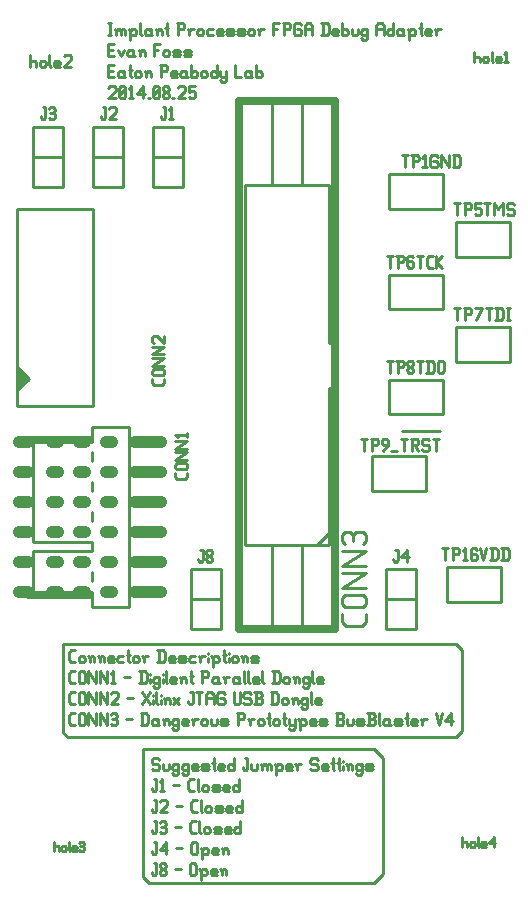
<source format=gbr>
G04 start of page 8 for group -4079 idx -4079 *
G04 Title: (unknown), topsilk *
G04 Creator: pcb 20110918 *
G04 CreationDate: Tue Sep 16 16:31:17 2014 UTC *
G04 For: fosse *
G04 Format: Gerber/RS-274X *
G04 PCB-Dimensions: 348000 372000 *
G04 PCB-Coordinate-Origin: lower left *
%MOIN*%
%FSLAX25Y25*%
%LNTOPSILK*%
%ADD54C,0.0250*%
%ADD53C,0.0150*%
%ADD52C,0.0400*%
%ADD51C,0.0100*%
G54D51*X58000Y76500D02*Y119000D01*
X135000D01*
X60000Y74500D02*X58000Y76500D01*
X157000Y225000D02*X144500D01*
X164500Y125000D02*Y152000D01*
X162500Y154000D01*
X135000Y74500D02*X60000D01*
X135000Y119000D02*X138000Y116000D01*
Y77500D01*
X135000Y74500D01*
X31500Y124500D02*Y154000D01*
X33000Y123000D02*X31500Y124500D01*
X33000Y123000D02*X162500D01*
X164500Y125000D01*
X31500Y154000D02*X162500D01*
X63000Y116000D02*X63500Y115500D01*
X61500Y116000D02*X63000D01*
X61000Y115500D02*X61500Y116000D01*
X61000Y115500D02*Y114500D01*
X61500Y114000D01*
X63000D01*
X63500Y113500D01*
Y112500D01*
X63000Y112000D02*X63500Y112500D01*
X61500Y112000D02*X63000D01*
X61000Y112500D02*X61500Y112000D01*
X64700Y114000D02*Y112500D01*
X65200Y112000D01*
X66200D01*
X66700Y112500D01*
Y114000D02*Y112500D01*
X69400Y114000D02*X69900Y113500D01*
X68400Y114000D02*X69400D01*
X67900Y113500D02*X68400Y114000D01*
X67900Y113500D02*Y112500D01*
X68400Y112000D01*
X69400D01*
X69900Y112500D01*
X67900Y111000D02*X68400Y110500D01*
X69400D01*
X69900Y111000D01*
Y114000D02*Y111000D01*
X72600Y114000D02*X73100Y113500D01*
X71600Y114000D02*X72600D01*
X71100Y113500D02*X71600Y114000D01*
X71100Y113500D02*Y112500D01*
X71600Y112000D01*
X72600D01*
X73100Y112500D01*
X71100Y111000D02*X71600Y110500D01*
X72600D01*
X73100Y111000D01*
Y114000D02*Y111000D01*
X74800Y112000D02*X76300D01*
X74300Y112500D02*X74800Y112000D01*
X74300Y113500D02*Y112500D01*
Y113500D02*X74800Y114000D01*
X75800D01*
X76300Y113500D01*
X74300Y113000D02*X76300D01*
Y113500D02*Y113000D01*
X78000Y112000D02*X79500D01*
X80000Y112500D01*
X79500Y113000D02*X80000Y112500D01*
X78000Y113000D02*X79500D01*
X77500Y113500D02*X78000Y113000D01*
X77500Y113500D02*X78000Y114000D01*
X79500D01*
X80000Y113500D01*
X77500Y112500D02*X78000Y112000D01*
X81700Y116000D02*Y112500D01*
X82200Y112000D01*
X81200Y114500D02*X82200D01*
X83700Y112000D02*X85200D01*
X83200Y112500D02*X83700Y112000D01*
X83200Y113500D02*Y112500D01*
Y113500D02*X83700Y114000D01*
X84700D01*
X85200Y113500D01*
X83200Y113000D02*X85200D01*
Y113500D02*Y113000D01*
X88400Y116000D02*Y112000D01*
X87900D02*X88400Y112500D01*
X86900Y112000D02*X87900D01*
X86400Y112500D02*X86900Y112000D01*
X86400Y113500D02*Y112500D01*
Y113500D02*X86900Y114000D01*
X87900D01*
X88400Y113500D01*
X92100Y116000D02*X92900D01*
Y112500D01*
X92400Y112000D02*X92900Y112500D01*
X91900Y112000D02*X92400D01*
X91400Y112500D02*X91900Y112000D01*
X91400Y113000D02*Y112500D01*
X94100Y114000D02*Y112500D01*
X94600Y112000D01*
X95600D01*
X96100Y112500D01*
Y114000D02*Y112500D01*
X97800Y113500D02*Y112000D01*
Y113500D02*X98300Y114000D01*
X98800D01*
X99300Y113500D01*
Y112000D01*
Y113500D02*X99800Y114000D01*
X100300D01*
X100800Y113500D01*
Y112000D01*
X97300Y114000D02*X97800Y113500D01*
X102500D02*Y110500D01*
X102000Y114000D02*X102500Y113500D01*
X103000Y114000D01*
X104000D01*
X104500Y113500D01*
Y112500D01*
X104000Y112000D02*X104500Y112500D01*
X103000Y112000D02*X104000D01*
X102500Y112500D02*X103000Y112000D01*
X106200D02*X107700D01*
X105700Y112500D02*X106200Y112000D01*
X105700Y113500D02*Y112500D01*
Y113500D02*X106200Y114000D01*
X107200D01*
X107700Y113500D01*
X105700Y113000D02*X107700D01*
Y113500D02*Y113000D01*
X109400Y113500D02*Y112000D01*
Y113500D02*X109900Y114000D01*
X110900D01*
X108900D02*X109400Y113500D01*
X115900Y116000D02*X116400Y115500D01*
X114400Y116000D02*X115900D01*
X113900Y115500D02*X114400Y116000D01*
X113900Y115500D02*Y114500D01*
X114400Y114000D01*
X115900D01*
X116400Y113500D01*
Y112500D01*
X115900Y112000D02*X116400Y112500D01*
X114400Y112000D02*X115900D01*
X113900Y112500D02*X114400Y112000D01*
X118100D02*X119600D01*
X117600Y112500D02*X118100Y112000D01*
X117600Y113500D02*Y112500D01*
Y113500D02*X118100Y114000D01*
X119100D01*
X119600Y113500D01*
X117600Y113000D02*X119600D01*
Y113500D02*Y113000D01*
X121300Y116000D02*Y112500D01*
X121800Y112000D01*
X120800Y114500D02*X121800D01*
X123300Y116000D02*Y112500D01*
X123800Y112000D01*
X122800Y114500D02*X123800D01*
X124800Y115000D02*Y114900D01*
Y113500D02*Y112000D01*
X126300Y113500D02*Y112000D01*
Y113500D02*X126800Y114000D01*
X127300D01*
X127800Y113500D01*
Y112000D01*
X125800Y114000D02*X126300Y113500D01*
X130500Y114000D02*X131000Y113500D01*
X129500Y114000D02*X130500D01*
X129000Y113500D02*X129500Y114000D01*
X129000Y113500D02*Y112500D01*
X129500Y112000D01*
X130500D01*
X131000Y112500D01*
X129000Y111000D02*X129500Y110500D01*
X130500D01*
X131000Y111000D01*
Y114000D02*Y111000D01*
X132700Y112000D02*X134200D01*
X134700Y112500D01*
X134200Y113000D02*X134700Y112500D01*
X132700Y113000D02*X134200D01*
X132200Y113500D02*X132700Y113000D01*
X132200Y113500D02*X132700Y114000D01*
X134200D01*
X134700Y113500D01*
X132200Y112500D02*X132700Y112000D01*
X61700Y88000D02*X62500D01*
Y84500D01*
X62000Y84000D02*X62500Y84500D01*
X61500Y84000D02*X62000D01*
X61000Y84500D02*X61500Y84000D01*
X61000Y85000D02*Y84500D01*
X63700Y85500D02*X65700Y88000D01*
X63700Y85500D02*X66200D01*
X65700Y88000D02*Y84000D01*
X69200Y86000D02*X71200D01*
X74200Y87500D02*Y84500D01*
Y87500D02*X74700Y88000D01*
X75700D01*
X76200Y87500D01*
Y84500D01*
X75700Y84000D02*X76200Y84500D01*
X74700Y84000D02*X75700D01*
X74200Y84500D02*X74700Y84000D01*
X77900Y85500D02*Y82500D01*
X77400Y86000D02*X77900Y85500D01*
X78400Y86000D01*
X79400D01*
X79900Y85500D01*
Y84500D01*
X79400Y84000D02*X79900Y84500D01*
X78400Y84000D02*X79400D01*
X77900Y84500D02*X78400Y84000D01*
X81600D02*X83100D01*
X81100Y84500D02*X81600Y84000D01*
X81100Y85500D02*Y84500D01*
Y85500D02*X81600Y86000D01*
X82600D01*
X83100Y85500D01*
X81100Y85000D02*X83100D01*
Y85500D02*Y85000D01*
X84800Y85500D02*Y84000D01*
Y85500D02*X85300Y86000D01*
X85800D01*
X86300Y85500D01*
Y84000D01*
X84300Y86000D02*X84800Y85500D01*
X61700Y95000D02*X62500D01*
Y91500D01*
X62000Y91000D02*X62500Y91500D01*
X61500Y91000D02*X62000D01*
X61000Y91500D02*X61500Y91000D01*
X61000Y92000D02*Y91500D01*
X63700Y94500D02*X64200Y95000D01*
X65200D01*
X65700Y94500D01*
X65200Y91000D02*X65700Y91500D01*
X64200Y91000D02*X65200D01*
X63700Y91500D02*X64200Y91000D01*
Y93200D02*X65200D01*
X65700Y94500D02*Y93700D01*
Y92700D02*Y91500D01*
Y92700D02*X65200Y93200D01*
X65700Y93700D02*X65200Y93200D01*
X68700Y93000D02*X70700D01*
X74400Y91000D02*X75700D01*
X73700Y91700D02*X74400Y91000D01*
X73700Y94300D02*Y91700D01*
Y94300D02*X74400Y95000D01*
X75700D01*
X76900D02*Y91500D01*
X77400Y91000D01*
X78400Y92500D02*Y91500D01*
Y92500D02*X78900Y93000D01*
X79900D01*
X80400Y92500D01*
Y91500D01*
X79900Y91000D02*X80400Y91500D01*
X78900Y91000D02*X79900D01*
X78400Y91500D02*X78900Y91000D01*
X82100D02*X83600D01*
X84100Y91500D01*
X83600Y92000D02*X84100Y91500D01*
X82100Y92000D02*X83600D01*
X81600Y92500D02*X82100Y92000D01*
X81600Y92500D02*X82100Y93000D01*
X83600D01*
X84100Y92500D01*
X81600Y91500D02*X82100Y91000D01*
X85800D02*X87300D01*
X85300Y91500D02*X85800Y91000D01*
X85300Y92500D02*Y91500D01*
Y92500D02*X85800Y93000D01*
X86800D01*
X87300Y92500D01*
X85300Y92000D02*X87300D01*
Y92500D02*Y92000D01*
X90500Y95000D02*Y91000D01*
X90000D02*X90500Y91500D01*
X89000Y91000D02*X90000D01*
X88500Y91500D02*X89000Y91000D01*
X88500Y92500D02*Y91500D01*
Y92500D02*X89000Y93000D01*
X90000D01*
X90500Y92500D01*
X61700Y102000D02*X62500D01*
Y98500D01*
X62000Y98000D02*X62500Y98500D01*
X61500Y98000D02*X62000D01*
X61000Y98500D02*X61500Y98000D01*
X61000Y99000D02*Y98500D01*
X63700Y101500D02*X64200Y102000D01*
X65700D01*
X66200Y101500D01*
Y100500D01*
X63700Y98000D02*X66200Y100500D01*
X63700Y98000D02*X66200D01*
X69200Y100000D02*X71200D01*
X74900Y98000D02*X76200D01*
X74200Y98700D02*X74900Y98000D01*
X74200Y101300D02*Y98700D01*
Y101300D02*X74900Y102000D01*
X76200D01*
X77400D02*Y98500D01*
X77900Y98000D01*
X78900Y99500D02*Y98500D01*
Y99500D02*X79400Y100000D01*
X80400D01*
X80900Y99500D01*
Y98500D01*
X80400Y98000D02*X80900Y98500D01*
X79400Y98000D02*X80400D01*
X78900Y98500D02*X79400Y98000D01*
X82600D02*X84100D01*
X84600Y98500D01*
X84100Y99000D02*X84600Y98500D01*
X82600Y99000D02*X84100D01*
X82100Y99500D02*X82600Y99000D01*
X82100Y99500D02*X82600Y100000D01*
X84100D01*
X84600Y99500D01*
X82100Y98500D02*X82600Y98000D01*
X86300D02*X87800D01*
X85800Y98500D02*X86300Y98000D01*
X85800Y99500D02*Y98500D01*
Y99500D02*X86300Y100000D01*
X87300D01*
X87800Y99500D01*
X85800Y99000D02*X87800D01*
Y99500D02*Y99000D01*
X91000Y102000D02*Y98000D01*
X90500D02*X91000Y98500D01*
X89500Y98000D02*X90500D01*
X89000Y98500D02*X89500Y98000D01*
X89000Y99500D02*Y98500D01*
Y99500D02*X89500Y100000D01*
X90500D01*
X91000Y99500D01*
X61700Y109000D02*X62500D01*
Y105500D01*
X62000Y105000D02*X62500Y105500D01*
X61500Y105000D02*X62000D01*
X61000Y105500D02*X61500Y105000D01*
X61000Y106000D02*Y105500D01*
X63700Y108200D02*X64500Y109000D01*
Y105000D01*
X63700D02*X65200D01*
X68200Y107000D02*X70200D01*
X73900Y105000D02*X75200D01*
X73200Y105700D02*X73900Y105000D01*
X73200Y108300D02*Y105700D01*
Y108300D02*X73900Y109000D01*
X75200D01*
X76400D02*Y105500D01*
X76900Y105000D01*
X77900Y106500D02*Y105500D01*
Y106500D02*X78400Y107000D01*
X79400D01*
X79900Y106500D01*
Y105500D01*
X79400Y105000D02*X79900Y105500D01*
X78400Y105000D02*X79400D01*
X77900Y105500D02*X78400Y105000D01*
X81600D02*X83100D01*
X83600Y105500D01*
X83100Y106000D02*X83600Y105500D01*
X81600Y106000D02*X83100D01*
X81100Y106500D02*X81600Y106000D01*
X81100Y106500D02*X81600Y107000D01*
X83100D01*
X83600Y106500D01*
X81100Y105500D02*X81600Y105000D01*
X85300D02*X86800D01*
X84800Y105500D02*X85300Y105000D01*
X84800Y106500D02*Y105500D01*
Y106500D02*X85300Y107000D01*
X86300D01*
X86800Y106500D01*
X84800Y106000D02*X86800D01*
Y106500D02*Y106000D01*
X90000Y109000D02*Y105000D01*
X89500D02*X90000Y105500D01*
X88500Y105000D02*X89500D01*
X88000Y105500D02*X88500Y105000D01*
X88000Y106500D02*Y105500D01*
Y106500D02*X88500Y107000D01*
X89500D01*
X90000Y106500D01*
X46480Y361020D02*X47480D01*
X46980D02*Y357020D01*
X46480D02*X47480D01*
X49180Y358520D02*Y357020D01*
Y358520D02*X49680Y359020D01*
X50180D01*
X50680Y358520D01*
Y357020D01*
Y358520D02*X51180Y359020D01*
X51680D01*
X52180Y358520D01*
Y357020D01*
X48680Y359020D02*X49180Y358520D01*
X53880D02*Y355520D01*
X53380Y359020D02*X53880Y358520D01*
X54380Y359020D01*
X55380D01*
X55880Y358520D01*
Y357520D01*
X55380Y357020D02*X55880Y357520D01*
X54380Y357020D02*X55380D01*
X53880Y357520D02*X54380Y357020D01*
X57080Y361020D02*Y357520D01*
X57580Y357020D01*
X60080Y359020D02*X60580Y358520D01*
X59080Y359020D02*X60080D01*
X58580Y358520D02*X59080Y359020D01*
X58580Y358520D02*Y357520D01*
X59080Y357020D01*
X60580Y359020D02*Y357520D01*
X61080Y357020D01*
X59080D02*X60080D01*
X60580Y357520D01*
X62780Y358520D02*Y357020D01*
Y358520D02*X63280Y359020D01*
X63780D01*
X64280Y358520D01*
Y357020D01*
X62280Y359020D02*X62780Y358520D01*
X65980Y361020D02*Y357520D01*
X66480Y357020D01*
X65480Y359520D02*X66480D01*
X69780Y361020D02*Y357020D01*
X69280Y361020D02*X71280D01*
X71780Y360520D01*
Y359520D01*
X71280Y359020D02*X71780Y359520D01*
X69780Y359020D02*X71280D01*
X73480Y358520D02*Y357020D01*
Y358520D02*X73980Y359020D01*
X74980D01*
X72980D02*X73480Y358520D01*
X76180D02*Y357520D01*
Y358520D02*X76680Y359020D01*
X77680D01*
X78180Y358520D01*
Y357520D01*
X77680Y357020D02*X78180Y357520D01*
X76680Y357020D02*X77680D01*
X76180Y357520D02*X76680Y357020D01*
X79880Y359020D02*X81380D01*
X79380Y358520D02*X79880Y359020D01*
X79380Y358520D02*Y357520D01*
X79880Y357020D01*
X81380D01*
X83080D02*X84580D01*
X82580Y357520D02*X83080Y357020D01*
X82580Y358520D02*Y357520D01*
Y358520D02*X83080Y359020D01*
X84080D01*
X84580Y358520D01*
X82580Y358020D02*X84580D01*
Y358520D02*Y358020D01*
X86280Y357020D02*X87780D01*
X88280Y357520D01*
X87780Y358020D02*X88280Y357520D01*
X86280Y358020D02*X87780D01*
X85780Y358520D02*X86280Y358020D01*
X85780Y358520D02*X86280Y359020D01*
X87780D01*
X88280Y358520D01*
X85780Y357520D02*X86280Y357020D01*
X89980D02*X91480D01*
X91980Y357520D01*
X91480Y358020D02*X91980Y357520D01*
X89980Y358020D02*X91480D01*
X89480Y358520D02*X89980Y358020D01*
X89480Y358520D02*X89980Y359020D01*
X91480D01*
X91980Y358520D01*
X89480Y357520D02*X89980Y357020D01*
X93180Y358520D02*Y357520D01*
Y358520D02*X93680Y359020D01*
X94680D01*
X95180Y358520D01*
Y357520D01*
X94680Y357020D02*X95180Y357520D01*
X93680Y357020D02*X94680D01*
X93180Y357520D02*X93680Y357020D01*
X96880Y358520D02*Y357020D01*
Y358520D02*X97380Y359020D01*
X98380D01*
X96380D02*X96880Y358520D01*
X101380Y361020D02*Y357020D01*
Y361020D02*X103380D01*
X101380Y359220D02*X102880D01*
X105080Y361020D02*Y357020D01*
X104580Y361020D02*X106580D01*
X107080Y360520D01*
Y359520D01*
X106580Y359020D02*X107080Y359520D01*
X105080Y359020D02*X106580D01*
X110280Y361020D02*X110780Y360520D01*
X108780Y361020D02*X110280D01*
X108280Y360520D02*X108780Y361020D01*
X108280Y360520D02*Y357520D01*
X108780Y357020D01*
X110280D01*
X110780Y357520D01*
Y358520D02*Y357520D01*
X110280Y359020D02*X110780Y358520D01*
X109280Y359020D02*X110280D01*
X111980Y360020D02*Y357020D01*
Y360020D02*X112680Y361020D01*
X113780D01*
X114480Y360020D01*
Y357020D01*
X111980Y359020D02*X114480D01*
X117980Y361020D02*Y357020D01*
X119280Y361020D02*X119980Y360320D01*
Y357720D01*
X119280Y357020D02*X119980Y357720D01*
X117480Y357020D02*X119280D01*
X117480Y361020D02*X119280D01*
X121680Y357020D02*X123180D01*
X121180Y357520D02*X121680Y357020D01*
X121180Y358520D02*Y357520D01*
Y358520D02*X121680Y359020D01*
X122680D01*
X123180Y358520D01*
X121180Y358020D02*X123180D01*
Y358520D02*Y358020D01*
X124380Y361020D02*Y357020D01*
Y357520D02*X124880Y357020D01*
X125880D01*
X126380Y357520D01*
Y358520D02*Y357520D01*
X125880Y359020D02*X126380Y358520D01*
X124880Y359020D02*X125880D01*
X124380Y358520D02*X124880Y359020D01*
X127580D02*Y357520D01*
X128080Y357020D01*
X129080D01*
X129580Y357520D01*
Y359020D02*Y357520D01*
X132280Y359020D02*X132780Y358520D01*
X131280Y359020D02*X132280D01*
X130780Y358520D02*X131280Y359020D01*
X130780Y358520D02*Y357520D01*
X131280Y357020D01*
X132280D01*
X132780Y357520D01*
X130780Y356020D02*X131280Y355520D01*
X132280D01*
X132780Y356020D01*
Y359020D02*Y356020D01*
X135780Y360020D02*Y357020D01*
Y360020D02*X136480Y361020D01*
X137580D01*
X138280Y360020D01*
Y357020D01*
X135780Y359020D02*X138280D01*
X141480Y361020D02*Y357020D01*
X140980D02*X141480Y357520D01*
X139980Y357020D02*X140980D01*
X139480Y357520D02*X139980Y357020D01*
X139480Y358520D02*Y357520D01*
Y358520D02*X139980Y359020D01*
X140980D01*
X141480Y358520D01*
X144180Y359020D02*X144680Y358520D01*
X143180Y359020D02*X144180D01*
X142680Y358520D02*X143180Y359020D01*
X142680Y358520D02*Y357520D01*
X143180Y357020D01*
X144680Y359020D02*Y357520D01*
X145180Y357020D01*
X143180D02*X144180D01*
X144680Y357520D01*
X146880Y358520D02*Y355520D01*
X146380Y359020D02*X146880Y358520D01*
X147380Y359020D01*
X148380D01*
X148880Y358520D01*
Y357520D01*
X148380Y357020D02*X148880Y357520D01*
X147380Y357020D02*X148380D01*
X146880Y357520D02*X147380Y357020D01*
X150580Y361020D02*Y357520D01*
X151080Y357020D01*
X150080Y359520D02*X151080D01*
X152580Y357020D02*X154080D01*
X152080Y357520D02*X152580Y357020D01*
X152080Y358520D02*Y357520D01*
Y358520D02*X152580Y359020D01*
X153580D01*
X154080Y358520D01*
X152080Y358020D02*X154080D01*
Y358520D02*Y358020D01*
X155780Y358520D02*Y357020D01*
Y358520D02*X156280Y359020D01*
X157280D01*
X155280D02*X155780Y358520D01*
X46480Y345220D02*X47980D01*
X46480Y343020D02*X48480D01*
X46480Y347020D02*Y343020D01*
Y347020D02*X48480D01*
X51180Y345020D02*X51680Y344520D01*
X50180Y345020D02*X51180D01*
X49680Y344520D02*X50180Y345020D01*
X49680Y344520D02*Y343520D01*
X50180Y343020D01*
X51680Y345020D02*Y343520D01*
X52180Y343020D01*
X50180D02*X51180D01*
X51680Y343520D01*
X53880Y347020D02*Y343520D01*
X54380Y343020D01*
X53380Y345520D02*X54380D01*
X55380Y344520D02*Y343520D01*
Y344520D02*X55880Y345020D01*
X56880D01*
X57380Y344520D01*
Y343520D01*
X56880Y343020D02*X57380Y343520D01*
X55880Y343020D02*X56880D01*
X55380Y343520D02*X55880Y343020D01*
X59080Y344520D02*Y343020D01*
Y344520D02*X59580Y345020D01*
X60080D01*
X60580Y344520D01*
Y343020D01*
X58580Y345020D02*X59080Y344520D01*
X64080Y347020D02*Y343020D01*
X63580Y347020D02*X65580D01*
X66080Y346520D01*
Y345520D01*
X65580Y345020D02*X66080Y345520D01*
X64080Y345020D02*X65580D01*
X67780Y343020D02*X69280D01*
X67280Y343520D02*X67780Y343020D01*
X67280Y344520D02*Y343520D01*
Y344520D02*X67780Y345020D01*
X68780D01*
X69280Y344520D01*
X67280Y344020D02*X69280D01*
Y344520D02*Y344020D01*
X71980Y345020D02*X72480Y344520D01*
X70980Y345020D02*X71980D01*
X70480Y344520D02*X70980Y345020D01*
X70480Y344520D02*Y343520D01*
X70980Y343020D01*
X72480Y345020D02*Y343520D01*
X72980Y343020D01*
X70980D02*X71980D01*
X72480Y343520D01*
X74180Y347020D02*Y343020D01*
Y343520D02*X74680Y343020D01*
X75680D01*
X76180Y343520D01*
Y344520D02*Y343520D01*
X75680Y345020D02*X76180Y344520D01*
X74680Y345020D02*X75680D01*
X74180Y344520D02*X74680Y345020D01*
X77380Y344520D02*Y343520D01*
Y344520D02*X77880Y345020D01*
X78880D01*
X79380Y344520D01*
Y343520D01*
X78880Y343020D02*X79380Y343520D01*
X77880Y343020D02*X78880D01*
X77380Y343520D02*X77880Y343020D01*
X82580Y347020D02*Y343020D01*
X82080D02*X82580Y343520D01*
X81080Y343020D02*X82080D01*
X80580Y343520D02*X81080Y343020D01*
X80580Y344520D02*Y343520D01*
Y344520D02*X81080Y345020D01*
X82080D01*
X82580Y344520D01*
X83780Y345020D02*Y343520D01*
X84280Y343020D01*
X85780Y345020D02*Y342020D01*
X85280Y341520D02*X85780Y342020D01*
X84280Y341520D02*X85280D01*
X83780Y342020D02*X84280Y341520D01*
Y343020D02*X85280D01*
X85780Y343520D01*
X88780Y347020D02*Y343020D01*
X90780D01*
X93480Y345020D02*X93980Y344520D01*
X92480Y345020D02*X93480D01*
X91980Y344520D02*X92480Y345020D01*
X91980Y344520D02*Y343520D01*
X92480Y343020D01*
X93980Y345020D02*Y343520D01*
X94480Y343020D01*
X92480D02*X93480D01*
X93980Y343520D01*
X95680Y347020D02*Y343020D01*
Y343520D02*X96180Y343020D01*
X97180D01*
X97680Y343520D01*
Y344520D02*Y343520D01*
X97180Y345020D02*X97680Y344520D01*
X96180Y345020D02*X97180D01*
X95680Y344520D02*X96180Y345020D01*
X46480Y352220D02*X47980D01*
X46480Y350020D02*X48480D01*
X46480Y354020D02*Y350020D01*
Y354020D02*X48480D01*
X49680Y352020D02*X50680Y350020D01*
X51680Y352020D02*X50680Y350020D01*
X54380Y352020D02*X54880Y351520D01*
X53380Y352020D02*X54380D01*
X52880Y351520D02*X53380Y352020D01*
X52880Y351520D02*Y350520D01*
X53380Y350020D01*
X54880Y352020D02*Y350520D01*
X55380Y350020D01*
X53380D02*X54380D01*
X54880Y350520D01*
X57080Y351520D02*Y350020D01*
Y351520D02*X57580Y352020D01*
X58080D01*
X58580Y351520D01*
Y350020D01*
X56580Y352020D02*X57080Y351520D01*
X61580Y354020D02*Y350020D01*
Y354020D02*X63580D01*
X61580Y352220D02*X63080D01*
X64780Y351520D02*Y350520D01*
Y351520D02*X65280Y352020D01*
X66280D01*
X66780Y351520D01*
Y350520D01*
X66280Y350020D02*X66780Y350520D01*
X65280Y350020D02*X66280D01*
X64780Y350520D02*X65280Y350020D01*
X68480D02*X69980D01*
X70480Y350520D01*
X69980Y351020D02*X70480Y350520D01*
X68480Y351020D02*X69980D01*
X67980Y351520D02*X68480Y351020D01*
X67980Y351520D02*X68480Y352020D01*
X69980D01*
X70480Y351520D01*
X67980Y350520D02*X68480Y350020D01*
X72180D02*X73680D01*
X74180Y350520D01*
X73680Y351020D02*X74180Y350520D01*
X72180Y351020D02*X73680D01*
X71680Y351520D02*X72180Y351020D01*
X71680Y351520D02*X72180Y352020D01*
X73680D01*
X74180Y351520D01*
X71680Y350520D02*X72180Y350020D01*
X46480Y339520D02*X46980Y340020D01*
X48480D01*
X48980Y339520D01*
Y338520D01*
X46480Y336020D02*X48980Y338520D01*
X46480Y336020D02*X48980D01*
X50180Y336520D02*X50680Y336020D01*
X50180Y339520D02*Y336520D01*
Y339520D02*X50680Y340020D01*
X51680D01*
X52180Y339520D01*
Y336520D01*
X51680Y336020D02*X52180Y336520D01*
X50680Y336020D02*X51680D01*
X50180Y337020D02*X52180Y339020D01*
X53380Y339220D02*X54180Y340020D01*
Y336020D01*
X53380D02*X54880D01*
X56080Y337520D02*X58080Y340020D01*
X56080Y337520D02*X58580D01*
X58080Y340020D02*Y336020D01*
X59780D02*X60280D01*
X61480Y336520D02*X61980Y336020D01*
X61480Y339520D02*Y336520D01*
Y339520D02*X61980Y340020D01*
X62980D01*
X63480Y339520D01*
Y336520D01*
X62980Y336020D02*X63480Y336520D01*
X61980Y336020D02*X62980D01*
X61480Y337020D02*X63480Y339020D01*
X64680Y336520D02*X65180Y336020D01*
X64680Y337320D02*Y336520D01*
Y337320D02*X65380Y338020D01*
X65980D01*
X66680Y337320D01*
Y336520D01*
X66180Y336020D02*X66680Y336520D01*
X65180Y336020D02*X66180D01*
X64680Y338720D02*X65380Y338020D01*
X64680Y339520D02*Y338720D01*
Y339520D02*X65180Y340020D01*
X66180D01*
X66680Y339520D01*
Y338720D01*
X65980Y338020D02*X66680Y338720D01*
X67880Y336020D02*X68380D01*
X69580Y339520D02*X70080Y340020D01*
X71580D01*
X72080Y339520D01*
Y338520D01*
X69580Y336020D02*X72080Y338520D01*
X69580Y336020D02*X72080D01*
X73280Y340020D02*X75280D01*
X73280D02*Y338020D01*
X73780Y338520D01*
X74780D01*
X75280Y338020D01*
Y336520D01*
X74780Y336020D02*X75280Y336520D01*
X73780Y336020D02*X74780D01*
X73280Y336520D02*X73780Y336020D01*
X61700Y81000D02*X62500D01*
Y77500D01*
X62000Y77000D02*X62500Y77500D01*
X61500Y77000D02*X62000D01*
X61000Y77500D02*X61500Y77000D01*
X61000Y78000D02*Y77500D01*
X63700D02*X64200Y77000D01*
X63700Y78300D02*Y77500D01*
Y78300D02*X64400Y79000D01*
X65000D01*
X65700Y78300D01*
Y77500D01*
X65200Y77000D02*X65700Y77500D01*
X64200Y77000D02*X65200D01*
X63700Y79700D02*X64400Y79000D01*
X63700Y80500D02*Y79700D01*
Y80500D02*X64200Y81000D01*
X65200D01*
X65700Y80500D01*
Y79700D01*
X65000Y79000D02*X65700Y79700D01*
X68700Y79000D02*X70700D01*
X73700Y80500D02*Y77500D01*
Y80500D02*X74200Y81000D01*
X75200D01*
X75700Y80500D01*
Y77500D01*
X75200Y77000D02*X75700Y77500D01*
X74200Y77000D02*X75200D01*
X73700Y77500D02*X74200Y77000D01*
X77400Y78500D02*Y75500D01*
X76900Y79000D02*X77400Y78500D01*
X77900Y79000D01*
X78900D01*
X79400Y78500D01*
Y77500D01*
X78900Y77000D02*X79400Y77500D01*
X77900Y77000D02*X78900D01*
X77400Y77500D02*X77900Y77000D01*
X81100D02*X82600D01*
X80600Y77500D02*X81100Y77000D01*
X80600Y78500D02*Y77500D01*
Y78500D02*X81100Y79000D01*
X82100D01*
X82600Y78500D01*
X80600Y78000D02*X82600D01*
Y78500D02*Y78000D01*
X84300Y78500D02*Y77000D01*
Y78500D02*X84800Y79000D01*
X85300D01*
X85800Y78500D01*
Y77000D01*
X83800Y79000D02*X84300Y78500D01*
X34200Y127000D02*X35500D01*
X33500Y127700D02*X34200Y127000D01*
X33500Y130300D02*Y127700D01*
Y130300D02*X34200Y131000D01*
X35500D01*
X36700Y130500D02*Y127500D01*
Y130500D02*X37200Y131000D01*
X38200D01*
X38700Y130500D01*
Y127500D01*
X38200Y127000D02*X38700Y127500D01*
X37200Y127000D02*X38200D01*
X36700Y127500D02*X37200Y127000D01*
X39900Y131000D02*Y127000D01*
Y131000D02*X42400Y127000D01*
Y131000D02*Y127000D01*
X43600Y131000D02*Y127000D01*
Y131000D02*X46100Y127000D01*
Y131000D02*Y127000D01*
X47300Y130500D02*X47800Y131000D01*
X48800D01*
X49300Y130500D01*
X48800Y127000D02*X49300Y127500D01*
X47800Y127000D02*X48800D01*
X47300Y127500D02*X47800Y127000D01*
Y129200D02*X48800D01*
X49300Y130500D02*Y129700D01*
Y128700D02*Y127500D01*
Y128700D02*X48800Y129200D01*
X49300Y129700D02*X48800Y129200D01*
X52300Y129000D02*X54300D01*
X57800Y131000D02*Y127000D01*
X59100Y131000D02*X59800Y130300D01*
Y127700D01*
X59100Y127000D02*X59800Y127700D01*
X57300Y127000D02*X59100D01*
X57300Y131000D02*X59100D01*
X62500Y129000D02*X63000Y128500D01*
X61500Y129000D02*X62500D01*
X61000Y128500D02*X61500Y129000D01*
X61000Y128500D02*Y127500D01*
X61500Y127000D01*
X63000Y129000D02*Y127500D01*
X63500Y127000D01*
X61500D02*X62500D01*
X63000Y127500D01*
X65200Y128500D02*Y127000D01*
Y128500D02*X65700Y129000D01*
X66200D01*
X66700Y128500D01*
Y127000D01*
X64700Y129000D02*X65200Y128500D01*
X69400Y129000D02*X69900Y128500D01*
X68400Y129000D02*X69400D01*
X67900Y128500D02*X68400Y129000D01*
X67900Y128500D02*Y127500D01*
X68400Y127000D01*
X69400D01*
X69900Y127500D01*
X67900Y126000D02*X68400Y125500D01*
X69400D01*
X69900Y126000D01*
Y129000D02*Y126000D01*
X71600Y127000D02*X73100D01*
X71100Y127500D02*X71600Y127000D01*
X71100Y128500D02*Y127500D01*
Y128500D02*X71600Y129000D01*
X72600D01*
X73100Y128500D01*
X71100Y128000D02*X73100D01*
Y128500D02*Y128000D01*
X74800Y128500D02*Y127000D01*
Y128500D02*X75300Y129000D01*
X76300D01*
X74300D02*X74800Y128500D01*
X77500D02*Y127500D01*
Y128500D02*X78000Y129000D01*
X79000D01*
X79500Y128500D01*
Y127500D01*
X79000Y127000D02*X79500Y127500D01*
X78000Y127000D02*X79000D01*
X77500Y127500D02*X78000Y127000D01*
X80700Y129000D02*Y127500D01*
X81200Y127000D01*
X82200D01*
X82700Y127500D01*
Y129000D02*Y127500D01*
X84400Y127000D02*X85900D01*
X86400Y127500D01*
X85900Y128000D02*X86400Y127500D01*
X84400Y128000D02*X85900D01*
X83900Y128500D02*X84400Y128000D01*
X83900Y128500D02*X84400Y129000D01*
X85900D01*
X86400Y128500D01*
X83900Y127500D02*X84400Y127000D01*
X89900Y131000D02*Y127000D01*
X89400Y131000D02*X91400D01*
X91900Y130500D01*
Y129500D01*
X91400Y129000D02*X91900Y129500D01*
X89900Y129000D02*X91400D01*
X93600Y128500D02*Y127000D01*
Y128500D02*X94100Y129000D01*
X95100D01*
X93100D02*X93600Y128500D01*
X96300D02*Y127500D01*
Y128500D02*X96800Y129000D01*
X97800D01*
X98300Y128500D01*
Y127500D01*
X97800Y127000D02*X98300Y127500D01*
X96800Y127000D02*X97800D01*
X96300Y127500D02*X96800Y127000D01*
X100000Y131000D02*Y127500D01*
X100500Y127000D01*
X99500Y129500D02*X100500D01*
X101500Y128500D02*Y127500D01*
Y128500D02*X102000Y129000D01*
X103000D01*
X103500Y128500D01*
Y127500D01*
X103000Y127000D02*X103500Y127500D01*
X102000Y127000D02*X103000D01*
X101500Y127500D02*X102000Y127000D01*
X105200Y131000D02*Y127500D01*
X105700Y127000D01*
X104700Y129500D02*X105700D01*
X106700Y129000D02*Y127500D01*
X107200Y127000D01*
X108700Y129000D02*Y126000D01*
X108200Y125500D02*X108700Y126000D01*
X107200Y125500D02*X108200D01*
X106700Y126000D02*X107200Y125500D01*
Y127000D02*X108200D01*
X108700Y127500D01*
X110400Y128500D02*Y125500D01*
X109900Y129000D02*X110400Y128500D01*
X110900Y129000D01*
X111900D01*
X112400Y128500D01*
Y127500D01*
X111900Y127000D02*X112400Y127500D01*
X110900Y127000D02*X111900D01*
X110400Y127500D02*X110900Y127000D01*
X114100D02*X115600D01*
X113600Y127500D02*X114100Y127000D01*
X113600Y128500D02*Y127500D01*
Y128500D02*X114100Y129000D01*
X115100D01*
X115600Y128500D01*
X113600Y128000D02*X115600D01*
Y128500D02*Y128000D01*
X117300Y127000D02*X118800D01*
X119300Y127500D01*
X118800Y128000D02*X119300Y127500D01*
X117300Y128000D02*X118800D01*
X116800Y128500D02*X117300Y128000D01*
X116800Y128500D02*X117300Y129000D01*
X118800D01*
X119300Y128500D01*
X116800Y127500D02*X117300Y127000D01*
X122300D02*X124300D01*
X124800Y127500D01*
Y128700D02*Y127500D01*
X124300Y129200D02*X124800Y128700D01*
X122800Y129200D02*X124300D01*
X122800Y131000D02*Y127000D01*
X122300Y131000D02*X124300D01*
X124800Y130500D01*
Y129700D01*
X124300Y129200D02*X124800Y129700D01*
X126000Y129000D02*Y127500D01*
X126500Y127000D01*
X127500D01*
X128000Y127500D01*
Y129000D02*Y127500D01*
X129700Y127000D02*X131200D01*
X131700Y127500D01*
X131200Y128000D02*X131700Y127500D01*
X129700Y128000D02*X131200D01*
X129200Y128500D02*X129700Y128000D01*
X129200Y128500D02*X129700Y129000D01*
X131200D01*
X131700Y128500D01*
X129200Y127500D02*X129700Y127000D01*
X132900D02*X134900D01*
X135400Y127500D01*
Y128700D02*Y127500D01*
X134900Y129200D02*X135400Y128700D01*
X133400Y129200D02*X134900D01*
X133400Y131000D02*Y127000D01*
X132900Y131000D02*X134900D01*
X135400Y130500D01*
Y129700D01*
X134900Y129200D02*X135400Y129700D01*
X136600Y131000D02*Y127500D01*
X137100Y127000D01*
X139600Y129000D02*X140100Y128500D01*
X138600Y129000D02*X139600D01*
X138100Y128500D02*X138600Y129000D01*
X138100Y128500D02*Y127500D01*
X138600Y127000D01*
X140100Y129000D02*Y127500D01*
X140600Y127000D01*
X138600D02*X139600D01*
X140100Y127500D01*
X142300Y127000D02*X143800D01*
X144300Y127500D01*
X143800Y128000D02*X144300Y127500D01*
X142300Y128000D02*X143800D01*
X141800Y128500D02*X142300Y128000D01*
X141800Y128500D02*X142300Y129000D01*
X143800D01*
X144300Y128500D01*
X141800Y127500D02*X142300Y127000D01*
X146000Y131000D02*Y127500D01*
X146500Y127000D01*
X145500Y129500D02*X146500D01*
X148000Y127000D02*X149500D01*
X147500Y127500D02*X148000Y127000D01*
X147500Y128500D02*Y127500D01*
Y128500D02*X148000Y129000D01*
X149000D01*
X149500Y128500D01*
X147500Y128000D02*X149500D01*
Y128500D02*Y128000D01*
X151200Y128500D02*Y127000D01*
Y128500D02*X151700Y129000D01*
X152700D01*
X150700D02*X151200Y128500D01*
X155700Y131000D02*X156700Y127000D01*
X157700Y131000D01*
X158900Y128500D02*X160900Y131000D01*
X158900Y128500D02*X161400D01*
X160900Y131000D02*Y127000D01*
X34200Y141000D02*X35500D01*
X33500Y141700D02*X34200Y141000D01*
X33500Y144300D02*Y141700D01*
Y144300D02*X34200Y145000D01*
X35500D01*
X36700Y144500D02*Y141500D01*
Y144500D02*X37200Y145000D01*
X38200D01*
X38700Y144500D01*
Y141500D01*
X38200Y141000D02*X38700Y141500D01*
X37200Y141000D02*X38200D01*
X36700Y141500D02*X37200Y141000D01*
X39900Y145000D02*Y141000D01*
Y145000D02*X42400Y141000D01*
Y145000D02*Y141000D01*
X43600Y145000D02*Y141000D01*
Y145000D02*X46100Y141000D01*
Y145000D02*Y141000D01*
X47300Y144200D02*X48100Y145000D01*
Y141000D01*
X47300D02*X48800D01*
X51800Y143000D02*X53800D01*
X57300Y145000D02*Y141000D01*
X58600Y145000D02*X59300Y144300D01*
Y141700D01*
X58600Y141000D02*X59300Y141700D01*
X56800Y141000D02*X58600D01*
X56800Y145000D02*X58600D01*
X60500Y144000D02*Y143900D01*
Y142500D02*Y141000D01*
X63000Y143000D02*X63500Y142500D01*
X62000Y143000D02*X63000D01*
X61500Y142500D02*X62000Y143000D01*
X61500Y142500D02*Y141500D01*
X62000Y141000D01*
X63000D01*
X63500Y141500D01*
X61500Y140000D02*X62000Y139500D01*
X63000D01*
X63500Y140000D01*
Y143000D02*Y140000D01*
X64700Y144000D02*Y143900D01*
Y142500D02*Y141000D01*
X65700Y145000D02*Y141500D01*
X66200Y141000D01*
X67700D02*X69200D01*
X67200Y141500D02*X67700Y141000D01*
X67200Y142500D02*Y141500D01*
Y142500D02*X67700Y143000D01*
X68700D01*
X69200Y142500D01*
X67200Y142000D02*X69200D01*
Y142500D02*Y142000D01*
X70900Y142500D02*Y141000D01*
Y142500D02*X71400Y143000D01*
X71900D01*
X72400Y142500D01*
Y141000D01*
X70400Y143000D02*X70900Y142500D01*
X74100Y145000D02*Y141500D01*
X74600Y141000D01*
X73600Y143500D02*X74600D01*
X77900Y145000D02*Y141000D01*
X77400Y145000D02*X79400D01*
X79900Y144500D01*
Y143500D01*
X79400Y143000D02*X79900Y143500D01*
X77900Y143000D02*X79400D01*
X82600D02*X83100Y142500D01*
X81600Y143000D02*X82600D01*
X81100Y142500D02*X81600Y143000D01*
X81100Y142500D02*Y141500D01*
X81600Y141000D01*
X83100Y143000D02*Y141500D01*
X83600Y141000D01*
X81600D02*X82600D01*
X83100Y141500D01*
X85300Y142500D02*Y141000D01*
Y142500D02*X85800Y143000D01*
X86800D01*
X84800D02*X85300Y142500D01*
X89500Y143000D02*X90000Y142500D01*
X88500Y143000D02*X89500D01*
X88000Y142500D02*X88500Y143000D01*
X88000Y142500D02*Y141500D01*
X88500Y141000D01*
X90000Y143000D02*Y141500D01*
X90500Y141000D01*
X88500D02*X89500D01*
X90000Y141500D01*
X91700Y145000D02*Y141500D01*
X92200Y141000D01*
X93200Y145000D02*Y141500D01*
X93700Y141000D01*
X95200D02*X96700D01*
X94700Y141500D02*X95200Y141000D01*
X94700Y142500D02*Y141500D01*
Y142500D02*X95200Y143000D01*
X96200D01*
X96700Y142500D01*
X94700Y142000D02*X96700D01*
Y142500D02*Y142000D01*
X97900Y145000D02*Y141500D01*
X98400Y141000D01*
X101700Y145000D02*Y141000D01*
X103000Y145000D02*X103700Y144300D01*
Y141700D01*
X103000Y141000D02*X103700Y141700D01*
X101200Y141000D02*X103000D01*
X101200Y145000D02*X103000D01*
X104900Y142500D02*Y141500D01*
Y142500D02*X105400Y143000D01*
X106400D01*
X106900Y142500D01*
Y141500D01*
X106400Y141000D02*X106900Y141500D01*
X105400Y141000D02*X106400D01*
X104900Y141500D02*X105400Y141000D01*
X108600Y142500D02*Y141000D01*
Y142500D02*X109100Y143000D01*
X109600D01*
X110100Y142500D01*
Y141000D01*
X108100Y143000D02*X108600Y142500D01*
X112800Y143000D02*X113300Y142500D01*
X111800Y143000D02*X112800D01*
X111300Y142500D02*X111800Y143000D01*
X111300Y142500D02*Y141500D01*
X111800Y141000D01*
X112800D01*
X113300Y141500D01*
X111300Y140000D02*X111800Y139500D01*
X112800D01*
X113300Y140000D01*
Y143000D02*Y140000D01*
X114500Y145000D02*Y141500D01*
X115000Y141000D01*
X116500D02*X118000D01*
X116000Y141500D02*X116500Y141000D01*
X116000Y142500D02*Y141500D01*
Y142500D02*X116500Y143000D01*
X117500D01*
X118000Y142500D01*
X116000Y142000D02*X118000D01*
Y142500D02*Y142000D01*
X34200Y148000D02*X35500D01*
X33500Y148700D02*X34200Y148000D01*
X33500Y151300D02*Y148700D01*
Y151300D02*X34200Y152000D01*
X35500D01*
X36700Y149500D02*Y148500D01*
Y149500D02*X37200Y150000D01*
X38200D01*
X38700Y149500D01*
Y148500D01*
X38200Y148000D02*X38700Y148500D01*
X37200Y148000D02*X38200D01*
X36700Y148500D02*X37200Y148000D01*
X40400Y149500D02*Y148000D01*
Y149500D02*X40900Y150000D01*
X41400D01*
X41900Y149500D01*
Y148000D01*
X39900Y150000D02*X40400Y149500D01*
X43600D02*Y148000D01*
Y149500D02*X44100Y150000D01*
X44600D01*
X45100Y149500D01*
Y148000D01*
X43100Y150000D02*X43600Y149500D01*
X46800Y148000D02*X48300D01*
X46300Y148500D02*X46800Y148000D01*
X46300Y149500D02*Y148500D01*
Y149500D02*X46800Y150000D01*
X47800D01*
X48300Y149500D01*
X46300Y149000D02*X48300D01*
Y149500D02*Y149000D01*
X50000Y150000D02*X51500D01*
X49500Y149500D02*X50000Y150000D01*
X49500Y149500D02*Y148500D01*
X50000Y148000D01*
X51500D01*
X53200Y152000D02*Y148500D01*
X53700Y148000D01*
X52700Y150500D02*X53700D01*
X54700Y149500D02*Y148500D01*
Y149500D02*X55200Y150000D01*
X56200D01*
X56700Y149500D01*
Y148500D01*
X56200Y148000D02*X56700Y148500D01*
X55200Y148000D02*X56200D01*
X54700Y148500D02*X55200Y148000D01*
X58400Y149500D02*Y148000D01*
Y149500D02*X58900Y150000D01*
X59900D01*
X57900D02*X58400Y149500D01*
X63400Y152000D02*Y148000D01*
X64700Y152000D02*X65400Y151300D01*
Y148700D01*
X64700Y148000D02*X65400Y148700D01*
X62900Y148000D02*X64700D01*
X62900Y152000D02*X64700D01*
X67100Y148000D02*X68600D01*
X66600Y148500D02*X67100Y148000D01*
X66600Y149500D02*Y148500D01*
Y149500D02*X67100Y150000D01*
X68100D01*
X68600Y149500D01*
X66600Y149000D02*X68600D01*
Y149500D02*Y149000D01*
X70300Y148000D02*X71800D01*
X72300Y148500D01*
X71800Y149000D02*X72300Y148500D01*
X70300Y149000D02*X71800D01*
X69800Y149500D02*X70300Y149000D01*
X69800Y149500D02*X70300Y150000D01*
X71800D01*
X72300Y149500D01*
X69800Y148500D02*X70300Y148000D01*
X74000Y150000D02*X75500D01*
X73500Y149500D02*X74000Y150000D01*
X73500Y149500D02*Y148500D01*
X74000Y148000D01*
X75500D01*
X77200Y149500D02*Y148000D01*
Y149500D02*X77700Y150000D01*
X78700D01*
X76700D02*X77200Y149500D01*
X79900Y151000D02*Y150900D01*
Y149500D02*Y148000D01*
X81400Y149500D02*Y146500D01*
X80900Y150000D02*X81400Y149500D01*
X81900Y150000D01*
X82900D01*
X83400Y149500D01*
Y148500D01*
X82900Y148000D02*X83400Y148500D01*
X81900Y148000D02*X82900D01*
X81400Y148500D02*X81900Y148000D01*
X85100Y152000D02*Y148500D01*
X85600Y148000D01*
X84600Y150500D02*X85600D01*
X86600Y151000D02*Y150900D01*
Y149500D02*Y148000D01*
X87600Y149500D02*Y148500D01*
Y149500D02*X88100Y150000D01*
X89100D01*
X89600Y149500D01*
Y148500D01*
X89100Y148000D02*X89600Y148500D01*
X88100Y148000D02*X89100D01*
X87600Y148500D02*X88100Y148000D01*
X91300Y149500D02*Y148000D01*
Y149500D02*X91800Y150000D01*
X92300D01*
X92800Y149500D01*
Y148000D01*
X90800Y150000D02*X91300Y149500D01*
X94500Y148000D02*X96000D01*
X96500Y148500D01*
X96000Y149000D02*X96500Y148500D01*
X94500Y149000D02*X96000D01*
X94000Y149500D02*X94500Y149000D01*
X94000Y149500D02*X94500Y150000D01*
X96000D01*
X96500Y149500D01*
X94000Y148500D02*X94500Y148000D01*
X34200Y134000D02*X35500D01*
X33500Y134700D02*X34200Y134000D01*
X33500Y137300D02*Y134700D01*
Y137300D02*X34200Y138000D01*
X35500D01*
X36700Y137500D02*Y134500D01*
Y137500D02*X37200Y138000D01*
X38200D01*
X38700Y137500D01*
Y134500D01*
X38200Y134000D02*X38700Y134500D01*
X37200Y134000D02*X38200D01*
X36700Y134500D02*X37200Y134000D01*
X39900Y138000D02*Y134000D01*
Y138000D02*X42400Y134000D01*
Y138000D02*Y134000D01*
X43600Y138000D02*Y134000D01*
Y138000D02*X46100Y134000D01*
Y138000D02*Y134000D01*
X47300Y137500D02*X47800Y138000D01*
X49300D01*
X49800Y137500D01*
Y136500D01*
X47300Y134000D02*X49800Y136500D01*
X47300Y134000D02*X49800D01*
X52800Y136000D02*X54800D01*
X57800Y134000D02*X60300Y138000D01*
X57800D02*X60300Y134000D01*
X61500Y137000D02*Y136900D01*
Y135500D02*Y134000D01*
X62500Y138000D02*Y134500D01*
X63000Y134000D01*
X64000Y137000D02*Y136900D01*
Y135500D02*Y134000D01*
X65500Y135500D02*Y134000D01*
Y135500D02*X66000Y136000D01*
X66500D01*
X67000Y135500D01*
Y134000D01*
X65000Y136000D02*X65500Y135500D01*
X68200Y136000D02*X70200Y134000D01*
X68200D02*X70200Y136000D01*
X73900Y138000D02*X74700D01*
Y134500D01*
X74200Y134000D02*X74700Y134500D01*
X73700Y134000D02*X74200D01*
X73200Y134500D02*X73700Y134000D01*
X73200Y135000D02*Y134500D01*
X75900Y138000D02*X77900D01*
X76900D02*Y134000D01*
X79100Y137000D02*Y134000D01*
Y137000D02*X79800Y138000D01*
X80900D01*
X81600Y137000D01*
Y134000D01*
X79100Y136000D02*X81600D01*
X84800Y138000D02*X85300Y137500D01*
X83300Y138000D02*X84800D01*
X82800Y137500D02*X83300Y138000D01*
X82800Y137500D02*Y134500D01*
X83300Y134000D01*
X84800D01*
X85300Y134500D01*
Y135500D02*Y134500D01*
X84800Y136000D02*X85300Y135500D01*
X83800Y136000D02*X84800D01*
X88300Y138000D02*Y134500D01*
X88800Y134000D01*
X89800D01*
X90300Y134500D01*
Y138000D02*Y134500D01*
X93500Y138000D02*X94000Y137500D01*
X92000Y138000D02*X93500D01*
X91500Y137500D02*X92000Y138000D01*
X91500Y137500D02*Y136500D01*
X92000Y136000D01*
X93500D01*
X94000Y135500D01*
Y134500D01*
X93500Y134000D02*X94000Y134500D01*
X92000Y134000D02*X93500D01*
X91500Y134500D02*X92000Y134000D01*
X95200D02*X97200D01*
X97700Y134500D01*
Y135700D02*Y134500D01*
X97200Y136200D02*X97700Y135700D01*
X95700Y136200D02*X97200D01*
X95700Y138000D02*Y134000D01*
X95200Y138000D02*X97200D01*
X97700Y137500D01*
Y136700D01*
X97200Y136200D02*X97700Y136700D01*
X101200Y138000D02*Y134000D01*
X102500Y138000D02*X103200Y137300D01*
Y134700D01*
X102500Y134000D02*X103200Y134700D01*
X100700Y134000D02*X102500D01*
X100700Y138000D02*X102500D01*
X104400Y135500D02*Y134500D01*
Y135500D02*X104900Y136000D01*
X105900D01*
X106400Y135500D01*
Y134500D01*
X105900Y134000D02*X106400Y134500D01*
X104900Y134000D02*X105900D01*
X104400Y134500D02*X104900Y134000D01*
X108100Y135500D02*Y134000D01*
Y135500D02*X108600Y136000D01*
X109100D01*
X109600Y135500D01*
Y134000D01*
X107600Y136000D02*X108100Y135500D01*
X112300Y136000D02*X112800Y135500D01*
X111300Y136000D02*X112300D01*
X110800Y135500D02*X111300Y136000D01*
X110800Y135500D02*Y134500D01*
X111300Y134000D01*
X112300D01*
X112800Y134500D01*
X110800Y133000D02*X111300Y132500D01*
X112300D01*
X112800Y133000D01*
Y136000D02*Y133000D01*
X114000Y138000D02*Y134500D01*
X114500Y134000D01*
X116000D02*X117500D01*
X115500Y134500D02*X116000Y134000D01*
X115500Y135500D02*Y134500D01*
Y135500D02*X116000Y136000D01*
X117000D01*
X117500Y135500D01*
X115500Y135000D02*X117500D01*
Y135500D02*Y135000D01*
X21300Y221500D02*Y188000D01*
Y221500D02*X41000D01*
X21300Y171500D02*X41000D01*
Y166500D02*X53500D01*
X41000Y226500D02*X53500D01*
Y166500D01*
X41000Y226500D02*Y221500D01*
Y171500D02*Y166500D01*
Y218000D02*Y215000D01*
Y208000D02*Y205000D01*
Y198000D02*Y195000D01*
Y178000D02*Y175000D01*
G54D52*X27600Y181500D02*X29800D01*
X27600Y191500D02*X29800D01*
X27600Y201500D02*X29800D01*
X27600Y211500D02*X29800D01*
X27600Y221500D02*X29800D01*
X27600Y171500D02*X29800D01*
X36600Y181500D02*X38800D01*
X36600Y191500D02*X38800D01*
X36600Y221500D02*X38800D01*
X36600Y171500D02*X38800D01*
X45600Y191500D02*X47800D01*
X45600Y201500D02*X47800D01*
X45600Y221500D02*X47800D01*
X45600Y171500D02*X47800D01*
X45600Y181500D02*X47800D01*
X45600Y211500D02*X47800D01*
X36600D02*X38800D01*
X36600Y201500D02*X38800D01*
X55500Y171500D02*X64000D01*
X55500Y181500D02*X64000D01*
X55500Y191500D02*X64000D01*
X55500Y201500D02*X64000D01*
X55500Y211500D02*X64000D01*
X55500Y221500D02*X64000D01*
G54D51*X21300Y185000D02*X41000D01*
X21300Y188000D02*X41000D01*
Y185000D01*
X21300D02*Y171500D01*
G54D52*X16600Y181500D02*X19800D01*
X16600Y171500D02*X19800D01*
X16600Y191500D02*X19800D01*
X16600Y201500D02*X19800D01*
X16600Y211500D02*X19800D01*
X16600Y221500D02*X19800D01*
G54D53*X19600Y170250D02*X40700D01*
X19300Y222750D02*X40700D01*
G54D51*X159543Y179807D02*X177456D01*
Y168193D01*
X159543D01*
Y179807D01*
X134563Y216787D02*X152476D01*
Y205173D01*
X134563D01*
Y216787D01*
G54D54*X90000Y159000D02*X122000D01*
X90000Y335000D02*Y159000D01*
Y335000D02*X122000D01*
Y159000D01*
G54D51*X92000Y187000D02*X120000D01*
X92000Y307000D02*Y187000D01*
Y307000D02*X120000D01*
Y254500D01*
X122000D01*
X120000Y239500D02*X122000D01*
X120000D02*Y187000D01*
Y191000D02*X116000Y187000D01*
X111000D02*Y159000D01*
X101000Y187000D02*Y159000D01*
X111000Y335000D02*Y307000D01*
X101000Y335000D02*Y307000D01*
X139000Y159000D02*X149000D01*
Y179000D02*Y159000D01*
X139000Y179000D02*X149000D01*
X139000D02*Y159000D01*
X149000Y169000D02*Y159000D01*
X139000Y169000D02*X149000D01*
X74000Y159000D02*X84000D01*
Y179000D02*Y159000D01*
X74000Y179000D02*X84000D01*
X74000D02*Y159000D01*
X84000Y169000D02*Y159000D01*
X74000Y169000D02*X84000D01*
X140043Y242307D02*X157956D01*
Y230693D01*
X140043D01*
Y242307D01*
X162543Y259807D02*X180456D01*
Y248193D01*
X162543D01*
Y259807D01*
X140063Y277287D02*X157976D01*
Y265673D01*
X140063D01*
Y277287D01*
X162543Y294807D02*X180456D01*
Y283193D01*
X162543D01*
Y294807D01*
X140043Y310807D02*X157956D01*
Y299193D01*
X140043D01*
Y310807D01*
X16237Y289874D02*Y242630D01*
Y233457D02*X41433D01*
X16237Y299047D02*Y233457D01*
Y299047D02*X41433D01*
Y233457D01*
X16237Y242630D02*X20174D01*
X16237Y238693D01*
X20174Y242630D02*X16237Y246567D01*
X17221Y245583D02*Y239677D01*
X18205Y244598D02*Y240661D01*
X18796Y244008D02*Y241252D01*
X61500Y306500D02*X71500D01*
Y326500D02*Y306500D01*
X61500Y326500D02*X71500D01*
X61500D02*Y306500D01*
X71500Y316500D02*Y306500D01*
X61500Y316500D02*X71500D01*
X41500Y306500D02*X51500D01*
Y326500D02*Y306500D01*
X41500Y326500D02*X51500D01*
X41500D02*Y306500D01*
X51500Y316500D02*Y306500D01*
X41500Y316500D02*X51500D01*
X21500Y306500D02*X31500D01*
Y326500D02*Y306500D01*
X21500Y326500D02*X31500D01*
X21500D02*Y306500D01*
X31500Y316500D02*Y306500D01*
X21500Y316500D02*X31500D01*
X20500Y350500D02*Y346500D01*
Y348000D02*X21000Y348500D01*
X22000D01*
X22500Y348000D01*
Y346500D01*
X23700Y348000D02*Y347000D01*
Y348000D02*X24200Y348500D01*
X25200D01*
X25700Y348000D01*
Y347000D01*
X25200Y346500D02*X25700Y347000D01*
X24200Y346500D02*X25200D01*
X23700Y347000D02*X24200Y346500D01*
X26900Y350500D02*Y347000D01*
X27400Y346500D01*
X28900D02*X30400D01*
X28400Y347000D02*X28900Y346500D01*
X28400Y348000D02*Y347000D01*
Y348000D02*X28900Y348500D01*
X29900D01*
X30400Y348000D01*
X28400Y347500D02*X30400D01*
Y348000D02*Y347500D01*
X31600Y350000D02*X32100Y350500D01*
X33600D01*
X34100Y350000D01*
Y349000D01*
X31600Y346500D02*X34100Y349000D01*
X31600Y346500D02*X34100D01*
X161756Y301012D02*X163756D01*
X162756D02*Y297012D01*
X165456Y301012D02*Y297012D01*
X164956Y301012D02*X166956D01*
X167456Y300512D01*
Y299512D01*
X166956Y299012D02*X167456Y299512D01*
X165456Y299012D02*X166956D01*
X168656Y301012D02*X170656D01*
X168656D02*Y299012D01*
X169156Y299512D01*
X170156D01*
X170656Y299012D01*
Y297512D01*
X170156Y297012D02*X170656Y297512D01*
X169156Y297012D02*X170156D01*
X168656Y297512D02*X169156Y297012D01*
X171856Y301012D02*X173856D01*
X172856D02*Y297012D01*
X175056Y301012D02*Y297012D01*
Y301012D02*X176556Y299012D01*
X178056Y301012D01*
Y297012D01*
X181256Y301012D02*X181756Y300512D01*
X179756Y301012D02*X181256D01*
X179256Y300512D02*X179756Y301012D01*
X179256Y300512D02*Y299512D01*
X179756Y299012D01*
X181256D01*
X181756Y298512D01*
Y297512D01*
X181256Y297012D02*X181756Y297512D01*
X179756Y297012D02*X181256D01*
X179256Y297512D02*X179756Y297012D01*
X168480Y351620D02*Y348020D01*
Y349370D02*X168930Y349820D01*
X169830D01*
X170280Y349370D01*
Y348020D01*
X171360Y349370D02*Y348470D01*
Y349370D02*X171810Y349820D01*
X172710D01*
X173160Y349370D01*
Y348470D01*
X172710Y348020D02*X173160Y348470D01*
X171810Y348020D02*X172710D01*
X171360Y348470D02*X171810Y348020D01*
X174240Y351620D02*Y348470D01*
X174690Y348020D01*
X176040D02*X177390D01*
X175590Y348470D02*X176040Y348020D01*
X175590Y349370D02*Y348470D01*
Y349370D02*X176040Y349820D01*
X176940D01*
X177390Y349370D01*
X175590Y348920D02*X177390D01*
Y349370D02*Y348920D01*
X178470Y350900D02*X179190Y351620D01*
Y348020D01*
X178470D02*X179820D01*
X64700Y333000D02*X65500D01*
Y329500D01*
X65000Y329000D02*X65500Y329500D01*
X64500Y329000D02*X65000D01*
X64000Y329500D02*X64500Y329000D01*
X64000Y330000D02*Y329500D01*
X66700Y332200D02*X67500Y333000D01*
Y329000D01*
X66700D02*X68200D01*
X44700Y333000D02*X45500D01*
Y329500D01*
X45000Y329000D02*X45500Y329500D01*
X44500Y329000D02*X45000D01*
X44000Y329500D02*X44500Y329000D01*
X44000Y330000D02*Y329500D01*
X46700Y332500D02*X47200Y333000D01*
X48700D01*
X49200Y332500D01*
Y331500D01*
X46700Y329000D02*X49200Y331500D01*
X46700Y329000D02*X49200D01*
X24700Y333000D02*X25500D01*
Y329500D01*
X25000Y329000D02*X25500Y329500D01*
X24500Y329000D02*X25000D01*
X24000Y329500D02*X24500Y329000D01*
X24000Y330000D02*Y329500D01*
X26700Y332500D02*X27200Y333000D01*
X28200D01*
X28700Y332500D01*
X28200Y329000D02*X28700Y329500D01*
X27200Y329000D02*X28200D01*
X26700Y329500D02*X27200Y329000D01*
Y331200D02*X28200D01*
X28700Y332500D02*Y331700D01*
Y330700D02*Y329500D01*
Y330700D02*X28200Y331200D01*
X28700Y331700D02*X28200Y331200D01*
X139256Y248512D02*X141256D01*
X140256D02*Y244512D01*
X142956Y248512D02*Y244512D01*
X142456Y248512D02*X144456D01*
X144956Y248012D01*
Y247012D01*
X144456Y246512D02*X144956Y247012D01*
X142956Y246512D02*X144456D01*
X146156Y245012D02*X146656Y244512D01*
X146156Y245812D02*Y245012D01*
Y245812D02*X146856Y246512D01*
X147456D01*
X148156Y245812D01*
Y245012D01*
X147656Y244512D02*X148156Y245012D01*
X146656Y244512D02*X147656D01*
X146156Y247212D02*X146856Y246512D01*
X146156Y248012D02*Y247212D01*
Y248012D02*X146656Y248512D01*
X147656D01*
X148156Y248012D01*
Y247212D01*
X147456Y246512D02*X148156Y247212D01*
X149356Y248512D02*X151356D01*
X150356D02*Y244512D01*
X153056Y248512D02*Y244512D01*
X154356Y248512D02*X155056Y247812D01*
Y245212D01*
X154356Y244512D02*X155056Y245212D01*
X152556Y244512D02*X154356D01*
X152556Y248512D02*X154356D01*
X156256Y248012D02*Y245012D01*
Y248012D02*X156756Y248512D01*
X157756D01*
X158256Y248012D01*
Y245012D01*
X157756Y244512D02*X158256Y245012D01*
X156756Y244512D02*X157756D01*
X156256Y245012D02*X156756Y244512D01*
X161756Y266012D02*X163756D01*
X162756D02*Y262012D01*
X165456Y266012D02*Y262012D01*
X164956Y266012D02*X166956D01*
X167456Y265512D01*
Y264512D01*
X166956Y264012D02*X167456Y264512D01*
X165456Y264012D02*X166956D01*
X169156Y262012D02*X171156Y266012D01*
X168656D02*X171156D01*
X172356D02*X174356D01*
X173356D02*Y262012D01*
X176056Y266012D02*Y262012D01*
X177356Y266012D02*X178056Y265312D01*
Y262712D01*
X177356Y262012D02*X178056Y262712D01*
X175556Y262012D02*X177356D01*
X175556Y266012D02*X177356D01*
X179256D02*X180256D01*
X179756D02*Y262012D01*
X179256D02*X180256D01*
X139276Y283492D02*X141276D01*
X140276D02*Y279492D01*
X142976Y283492D02*Y279492D01*
X142476Y283492D02*X144476D01*
X144976Y282992D01*
Y281992D01*
X144476Y281492D02*X144976Y281992D01*
X142976Y281492D02*X144476D01*
X147676Y283492D02*X148176Y282992D01*
X146676Y283492D02*X147676D01*
X146176Y282992D02*X146676Y283492D01*
X146176Y282992D02*Y279992D01*
X146676Y279492D01*
X147676Y281692D02*X148176Y281192D01*
X146176Y281692D02*X147676D01*
X146676Y279492D02*X147676D01*
X148176Y279992D01*
Y281192D02*Y279992D01*
X149376Y283492D02*X151376D01*
X150376D02*Y279492D01*
X153276D02*X154576D01*
X152576Y280192D02*X153276Y279492D01*
X152576Y282792D02*Y280192D01*
Y282792D02*X153276Y283492D01*
X154576D01*
X155776D02*Y279492D01*
Y281492D02*X157776Y283492D01*
X155776Y281492D02*X157776Y279492D01*
X144256Y317012D02*X146256D01*
X145256D02*Y313012D01*
X147956Y317012D02*Y313012D01*
X147456Y317012D02*X149456D01*
X149956Y316512D01*
Y315512D01*
X149456Y315012D02*X149956Y315512D01*
X147956Y315012D02*X149456D01*
X151156Y316212D02*X151956Y317012D01*
Y313012D01*
X151156D02*X152656D01*
X155856Y317012D02*X156356Y316512D01*
X154356Y317012D02*X155856D01*
X153856Y316512D02*X154356Y317012D01*
X153856Y316512D02*Y313512D01*
X154356Y313012D01*
X155856D01*
X156356Y313512D01*
Y314512D02*Y313512D01*
X155856Y315012D02*X156356Y314512D01*
X154856Y315012D02*X155856D01*
X157556Y317012D02*Y313012D01*
Y317012D02*X160056Y313012D01*
Y317012D02*Y313012D01*
X161756Y317012D02*Y313012D01*
X163056Y317012D02*X163756Y316312D01*
Y313712D01*
X163056Y313012D02*X163756Y313712D01*
X161256Y313012D02*X163056D01*
X161256Y317012D02*X163056D01*
X132500Y164000D02*Y161400D01*
X131100Y160000D02*X132500Y161400D01*
X125900Y160000D02*X131100D01*
X125900D02*X124500Y161400D01*
Y164000D02*Y161400D01*
X125500Y166400D02*X131500D01*
X125500D02*X124500Y167400D01*
Y169400D02*Y167400D01*
Y169400D02*X125500Y170400D01*
X131500D01*
X132500Y169400D02*X131500Y170400D01*
X132500Y169400D02*Y167400D01*
X131500Y166400D02*X132500Y167400D01*
X124500Y172800D02*X132500D01*
X124500D02*X132500Y177800D01*
X124500D02*X132500D01*
X124500Y180200D02*X132500D01*
X124500D02*X132500Y185200D01*
X124500D02*X132500D01*
X125500Y187600D02*X124500Y188600D01*
Y190600D02*Y188600D01*
Y190600D02*X125500Y191600D01*
X132500Y190600D02*X131500Y191600D01*
X132500Y190600D02*Y188600D01*
X131500Y187600D02*X132500Y188600D01*
X128100Y190600D02*Y188600D01*
X125500Y191600D02*X127100D01*
X129100D02*X131500D01*
X129100D02*X128100Y190600D01*
X127100Y191600D02*X128100Y190600D01*
X142200Y185500D02*X143000D01*
Y182000D01*
X142500Y181500D02*X143000Y182000D01*
X142000Y181500D02*X142500D01*
X141500Y182000D02*X142000Y181500D01*
X141500Y182500D02*Y182000D01*
X144200Y183000D02*X146200Y185500D01*
X144200Y183000D02*X146700D01*
X146200Y185500D02*Y181500D01*
X77200Y185500D02*X78000D01*
Y182000D01*
X77500Y181500D02*X78000Y182000D01*
X77000Y181500D02*X77500D01*
X76500Y182000D02*X77000Y181500D01*
X76500Y182500D02*Y182000D01*
X79200D02*X79700Y181500D01*
X79200Y182800D02*Y182000D01*
Y182800D02*X79900Y183500D01*
X80500D01*
X81200Y182800D01*
Y182000D01*
X80700Y181500D02*X81200Y182000D01*
X79700Y181500D02*X80700D01*
X79200Y184200D02*X79900Y183500D01*
X79200Y185000D02*Y184200D01*
Y185000D02*X79700Y185500D01*
X80700D01*
X81200Y185000D01*
Y184200D01*
X80500Y183500D02*X81200Y184200D01*
X157756Y186012D02*X159756D01*
X158756D02*Y182012D01*
X161456Y186012D02*Y182012D01*
X160956Y186012D02*X162956D01*
X163456Y185512D01*
Y184512D01*
X162956Y184012D02*X163456Y184512D01*
X161456Y184012D02*X162956D01*
X164656Y185212D02*X165456Y186012D01*
Y182012D01*
X164656D02*X166156D01*
X168856Y186012D02*X169356Y185512D01*
X167856Y186012D02*X168856D01*
X167356Y185512D02*X167856Y186012D01*
X167356Y185512D02*Y182512D01*
X167856Y182012D01*
X168856Y184212D02*X169356Y183712D01*
X167356Y184212D02*X168856D01*
X167856Y182012D02*X168856D01*
X169356Y182512D01*
Y183712D02*Y182512D01*
X170556Y186012D02*X171556Y182012D01*
X172556Y186012D01*
X174256D02*Y182012D01*
X175556Y186012D02*X176256Y185312D01*
Y182712D01*
X175556Y182012D02*X176256Y182712D01*
X173756Y182012D02*X175556D01*
X173756Y186012D02*X175556D01*
X177956D02*Y182012D01*
X179256Y186012D02*X179956Y185312D01*
Y182712D01*
X179256Y182012D02*X179956Y182712D01*
X177456Y182012D02*X179256D01*
X177456Y186012D02*X179256D01*
X72800Y211200D02*Y209900D01*
X72100Y209200D02*X72800Y209900D01*
X69500Y209200D02*X72100D01*
X69500D02*X68800Y209900D01*
Y211200D02*Y209900D01*
X69300Y212400D02*X72300D01*
X69300D02*X68800Y212900D01*
Y213900D02*Y212900D01*
Y213900D02*X69300Y214400D01*
X72300D01*
X72800Y213900D02*X72300Y214400D01*
X72800Y213900D02*Y212900D01*
X72300Y212400D02*X72800Y212900D01*
X68800Y215600D02*X72800D01*
X68800D02*X72800Y218100D01*
X68800D02*X72800D01*
X68800Y219300D02*X72800D01*
X68800D02*X72800Y221800D01*
X68800D02*X72800D01*
X69600Y223000D02*X68800Y223800D01*
X72800D01*
Y224500D02*Y223000D01*
X65118Y242575D02*Y241275D01*
X64418Y240575D02*X65118Y241275D01*
X61818Y240575D02*X64418D01*
X61818D02*X61118Y241275D01*
Y242575D02*Y241275D01*
X61618Y243775D02*X64618D01*
X61618D02*X61118Y244275D01*
Y245275D02*Y244275D01*
Y245275D02*X61618Y245775D01*
X64618D01*
X65118Y245275D02*X64618Y245775D01*
X65118Y245275D02*Y244275D01*
X64618Y243775D02*X65118Y244275D01*
X61118Y246975D02*X65118D01*
X61118D02*X65118Y249475D01*
X61118D02*X65118D01*
X61118Y250675D02*X65118D01*
X61118D02*X65118Y253175D01*
X61118D02*X65118D01*
X61618Y254375D02*X61118Y254875D01*
Y256375D02*Y254875D01*
Y256375D02*X61618Y256875D01*
X62618D01*
X65118Y254375D02*X62618Y256875D01*
X65118D02*Y254375D01*
X28500Y88250D02*Y85250D01*
Y86375D02*X28875Y86750D01*
X29625D01*
X30000Y86375D01*
Y85250D01*
X30900Y86375D02*Y85625D01*
Y86375D02*X31275Y86750D01*
X32025D01*
X32400Y86375D01*
Y85625D01*
X32025Y85250D02*X32400Y85625D01*
X31275Y85250D02*X32025D01*
X30900Y85625D02*X31275Y85250D01*
X33300Y88250D02*Y85625D01*
X33675Y85250D01*
X34800D02*X35925D01*
X34425Y85625D02*X34800Y85250D01*
X34425Y86375D02*Y85625D01*
Y86375D02*X34800Y86750D01*
X35550D01*
X35925Y86375D01*
X34425Y86000D02*X35925D01*
Y86375D02*Y86000D01*
X36825Y87875D02*X37200Y88250D01*
X37950D01*
X38325Y87875D01*
X37950Y85250D02*X38325Y85625D01*
X37200Y85250D02*X37950D01*
X36825Y85625D02*X37200Y85250D01*
Y86900D02*X37950D01*
X38325Y87875D02*Y87275D01*
Y86525D02*Y85625D01*
Y86525D02*X37950Y86900D01*
X38325Y87275D02*X37950Y86900D01*
X164500Y89700D02*Y86500D01*
Y87700D02*X164900Y88100D01*
X165700D01*
X166100Y87700D01*
Y86500D01*
X167060Y87700D02*Y86900D01*
Y87700D02*X167460Y88100D01*
X168260D01*
X168660Y87700D01*
Y86900D01*
X168260Y86500D02*X168660Y86900D01*
X167460Y86500D02*X168260D01*
X167060Y86900D02*X167460Y86500D01*
X169620Y89700D02*Y86900D01*
X170020Y86500D01*
X171220D02*X172420D01*
X170820Y86900D02*X171220Y86500D01*
X170820Y87700D02*Y86900D01*
Y87700D02*X171220Y88100D01*
X172020D01*
X172420Y87700D01*
X170820Y87300D02*X172420D01*
Y87700D02*Y87300D01*
X173380Y87700D02*X174980Y89700D01*
X173380Y87700D02*X175380D01*
X174980Y89700D02*Y86500D01*
X130776Y222492D02*X132776D01*
X131776D02*Y218492D01*
X134476Y222492D02*Y218492D01*
X133976Y222492D02*X135976D01*
X136476Y221992D01*
Y220992D01*
X135976Y220492D02*X136476Y220992D01*
X134476Y220492D02*X135976D01*
X138176Y218492D02*X139676Y220492D01*
Y221992D02*Y220492D01*
X139176Y222492D02*X139676Y221992D01*
X138176Y222492D02*X139176D01*
X137676Y221992D02*X138176Y222492D01*
X137676Y221992D02*Y220992D01*
X138176Y220492D01*
X139676D01*
X140876Y218492D02*X142876D01*
X144076Y222492D02*X146076D01*
X145076D02*Y218492D01*
X147276Y222492D02*X149276D01*
X149776Y221992D01*
Y220992D01*
X149276Y220492D02*X149776Y220992D01*
X147776Y220492D02*X149276D01*
X147776Y222492D02*Y218492D01*
X148576Y220492D02*X149776Y218492D01*
X152976Y222492D02*X153476Y221992D01*
X151476Y222492D02*X152976D01*
X150976Y221992D02*X151476Y222492D01*
X150976Y221992D02*Y220992D01*
X151476Y220492D01*
X152976D01*
X153476Y219992D01*
Y218992D01*
X152976Y218492D02*X153476Y218992D01*
X151476Y218492D02*X152976D01*
X150976Y218992D02*X151476Y218492D01*
X154676Y222492D02*X156676D01*
X155676D02*Y218492D01*
M02*

</source>
